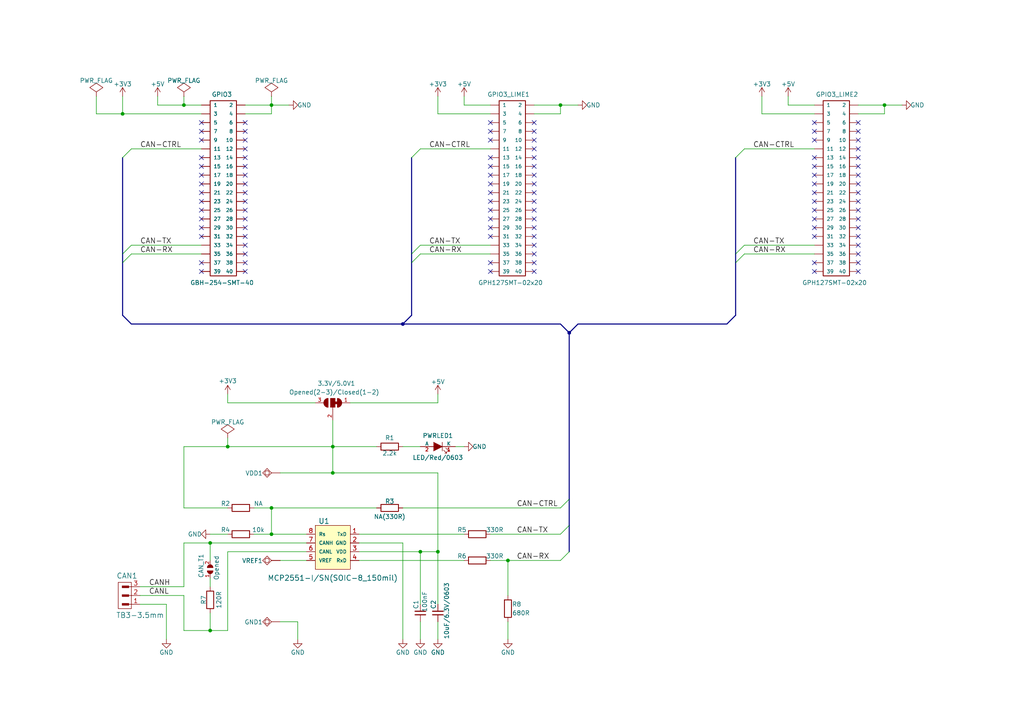
<source format=kicad_sch>
(kicad_sch (version 20230121) (generator eeschema)
  (paper "A4")
  (title_block (title "A20-CAN") (date "2016-04-04") (rev "Rev_A") (company "OLIMEX LTD, Bulgaria") (comment 1 "<c> 2016"))
  (lib_symbols
    (symbol "A20-CAN_Rev_A-rescue:+3.3V" (power) (pin_names (offset 0))
      (property "Value" "+3.3V" (at 0 3.556 0))
      (symbol "+3.3V_0_1"
        (polyline (pts (xy -0.762 1.27) (xy 0 2.54)))
        (polyline (pts (xy 0 0) (xy 0 2.54)))
        (polyline (pts (xy 0 2.54) (xy 0.762 1.27)))
      )
      (symbol "+3.3V_1_1"
        (pin power_in line (at 0 0 90) (length 0) hide (name "+3V3") (number "1"))
      )
    )
    (symbol "A20-CAN_Rev_A-rescue:+5V" (power) (pin_names (offset 0))
      (property "Value" "+5V" (at 0 3.556 0))
      (symbol "+5V_0_1"
        (polyline (pts (xy -0.762 1.27) (xy 0 2.54)))
        (polyline (pts (xy 0 0) (xy 0 2.54)))
        (polyline (pts (xy 0 2.54) (xy 0.762 1.27)))
      )
      (symbol "+5V_1_1"
        (pin power_in line (at 0 0 90) (length 0) hide (name "+5V") (number "1"))
      )
    )
    (symbol "A20-CAN_Rev_A-rescue:C" (pin_numbers hide) (pin_names (offset 0.254) hide)
      (property "Reference" "C" (at 0.254 1.778 0))
      (property "Value" "C" (at 0.254 -2.032 0))
      (symbol "C_0_1"
        (polyline (pts (xy -1.524 -0.508) (xy 1.524 -0.508)) (stroke (width 0.3302)))
        (polyline (pts (xy -1.524 0.508) (xy 1.524 0.508)) (stroke (width 0.3048)))
      )
      (symbol "C_1_1"
        (pin passive line (at 0 2.54 270) (length 1.905) (name "~") (number "1"))
        (pin passive line (at 0 -2.54 90) (length 2.032) (name "~") (number "2"))
      )
    )
    (symbol "A20-CAN_Rev_A-rescue:CON3" (pin_names (offset 1.016))
      (property "Reference" "CON" (at -1.27 5.08 0))
      (property "Value" "CON3" (at -1.27 -5.08 0))
      (symbol "CON3_0_0"
        (rectangle (start -2.6416 -2.6924) (end -0.8636 -2.3368))
        (rectangle (start -2.6416 -0.1524) (end -0.8636 0.2032))
        (rectangle (start -2.6162 -2.5908) (end -0.9652 -2.4892))
        (rectangle (start -2.6162 -0.0508) (end -0.9652 0.0508))
        (rectangle (start -2.6162 2.3876) (end -0.8382 2.7432))
        (rectangle (start -2.5908 2.5146) (end -0.9398 2.6162))
        (rectangle (start -0.9652 -2.413) (end -2.6416 -2.6162))
        (rectangle (start -0.9652 0.127) (end -2.6416 -0.0762))
        (rectangle (start -0.8636 2.6416) (end -2.54 2.4384))
        (rectangle (start -0.7366 -2.2352) (end -2.667 -2.794))
        (rectangle (start -0.7366 0.3048) (end -2.667 -0.254))
        (rectangle (start -0.7366 2.8448) (end -2.667 2.286))
        (polyline (pts (xy 0 -2.54) (xy -0.762 -2.54)))
        (polyline (pts (xy 0 0) (xy -0.762 0)))
        (polyline (pts (xy 0 2.54) (xy -0.762 2.54)))
      )
      (symbol "CON3_0_1"
        (rectangle (start -3.81 3.81) (end 0 -3.81))
      )
      (symbol "CON3_1_1"
        (pin passive line (at 2.54 2.54 180) (length 2.54) (name "~") (number "1"))
        (pin passive line (at 2.54 0 180) (length 2.54) (name "~") (number "2"))
        (pin passive line (at 2.54 -2.54 180) (length 2.54) (name "~") (number "3"))
      )
    )
    (symbol "A20-CAN_Rev_A-rescue:GND" (power) (pin_names (offset 0))
      (property "Value" "GND" (at 0 -3.81 0))
      (symbol "GND_0_1"
        (polyline (pts (xy 0 0) (xy 0 -1.27) (xy 1.27 -1.27) (xy 0 -2.54) (xy -1.27 -1.27) (xy 0 -1.27)))
      )
      (symbol "GND_1_1"
        (pin power_in line (at 0 0 270) (length 0) hide (name "GND") (number "1"))
      )
    )
    (symbol "A20-CAN_Rev_A-rescue:LED" (pin_names (offset 0))
      (property "Reference" "LED" (at 0 2.54 0))
      (property "Value" "LED" (at 0 -2.54 0))
      (symbol "LED_0_1"
        (polyline (pts (xy -3.302 1.397) (xy -3.302 0.889)))
        (polyline (pts (xy -2.54 1.905) (xy -2.032 1.905)))
        (polyline (pts (xy -1.27 -1.27) (xy -1.27 1.27)))
        (polyline (pts (xy -2.286 0.381) (xy -3.302 1.397) (xy -2.794 1.397)))
        (polyline (pts (xy -1.651 1.016) (xy -2.54 1.905) (xy -2.54 1.397)))
        (polyline (pts (xy 1.27 -1.27) (xy -1.27 0) (xy 1.27 1.27)) (fill (type outline)))
      )
      (symbol "LED_1_1"
        (pin passive line (at -5.08 0 0) (length 3.81) (name "K") (number "1"))
        (pin passive line (at 5.08 0 180) (length 3.81) (name "A") (number "2"))
      )
    )
    (symbol "A20-CAN_Rev_A-rescue:MCP2551-I/SN(SOIC-8_150mil)" (pin_names (offset 1.016))
      (property "Reference" "U" (at -2.54 6.35 0))
      (property "Value" "MCP2551-I/SN(SOIC-8_150mil)" (at 0 -8.89 0))
      (symbol "MCP2551-I/SN(SOIC-8_150mil)_0_1"
        (rectangle (start -5.08 5.08) (end 5.08 -7.62) (fill (type background)))
      )
      (symbol "MCP2551-I/SN(SOIC-8_150mil)_1_1"
        (pin input line (at -7.62 2.54 0) (length 2.54) (name "TxD") (number "1"))
        (pin power_in line (at -7.62 0 0) (length 2.54) (name "GND") (number "2"))
        (pin power_in line (at -7.62 -2.54 0) (length 2.54) (name "VDD") (number "3"))
        (pin output line (at -7.62 -5.08 0) (length 2.54) (name "RxD") (number "4"))
        (pin output line (at 7.62 -5.08 180) (length 2.54) (name "VREF") (number "5"))
        (pin bidirectional line (at 7.62 -2.54 180) (length 2.54) (name "CANL") (number "6"))
        (pin bidirectional line (at 7.62 0 180) (length 2.54) (name "CANH") (number "7"))
        (pin input line (at 7.62 2.54 180) (length 2.54) (name "Rs") (number "8"))
      )
    )
    (symbol "A20-CAN_Rev_A-rescue:ML40YA-V36P-2X20-LF" (pin_numbers hide) (pin_names (offset 1.016))
      (property "Reference" "GPIO" (at -3.81 25.4 0))
      (property "Value" "ML40YA-V36P-2X20-LF" (at -12.065 -29.21 0))
      (symbol "ML40YA-V36P-2X20-LF_1_0"
        (rectangle (start -5.08 24.13) (end 2.54 -26.67) (stroke (width 0.254)))
      )
      (symbol "ML40YA-V36P-2X20-LF_1_1"
        (pin passive line (at 5.08 -25.4 180) (length 2.4892) (name "1") (number "1"))
        (pin passive line (at -7.62 -15.24 0) (length 2.4892) (name "10") (number "10"))
        (pin passive line (at 5.08 -12.7 180) (length 2.4892) (name "11") (number "11"))
        (pin passive line (at -7.62 -12.7 0) (length 2.4892) (name "12") (number "12"))
        (pin passive line (at 5.08 -10.16 180) (length 2.4892) (name "13") (number "13"))
        (pin passive line (at -7.62 -10.16 0) (length 2.4892) (name "14") (number "14"))
        (pin passive line (at 5.08 -7.62 180) (length 2.4892) (name "15") (number "15"))
        (pin passive line (at -7.62 -7.62 0) (length 2.4892) (name "16") (number "16"))
        (pin passive line (at 5.08 -5.08 180) (length 2.4892) (name "17") (number "17"))
        (pin passive line (at -7.62 -5.08 0) (length 2.4892) (name "18") (number "18"))
        (pin passive line (at 5.08 -2.54 180) (length 2.4892) (name "19") (number "19"))
        (pin passive line (at -7.62 -25.4 0) (length 2.4892) (name "2") (number "2"))
        (pin passive line (at -7.62 -2.54 0) (length 2.4892) (name "20") (number "20"))
        (pin passive line (at 5.08 0 180) (length 2.4892) (name "21") (number "21"))
        (pin passive line (at -7.62 0 0) (length 2.4892) (name "22") (number "22"))
        (pin passive line (at 5.08 2.54 180) (length 2.4892) (name "23") (number "23"))
        (pin passive line (at -7.62 2.54 0) (length 2.4892) (name "24") (number "24"))
        (pin passive line (at 5.08 5.08 180) (length 2.4892) (name "25") (number "25"))
        (pin passive line (at -7.62 5.08 0) (length 2.4892) (name "26") (number "26"))
        (pin passive line (at 5.08 7.62 180) (length 2.4892) (name "27") (number "27"))
        (pin passive line (at -7.62 7.62 0) (length 2.4892) (name "28") (number "28"))
        (pin passive line (at 5.08 10.16 180) (length 2.4892) (name "29") (number "29"))
        (pin passive line (at 5.08 -22.86 180) (length 2.4892) (name "3") (number "3"))
        (pin passive line (at -7.62 10.16 0) (length 2.4892) (name "30") (number "30"))
        (pin passive line (at 5.08 12.7 180) (length 2.4892) (name "31") (number "31"))
        (pin passive line (at -7.62 12.7 0) (length 2.4892) (name "32") (number "32"))
        (pin passive line (at 5.08 15.24 180) (length 2.4892) (name "33") (number "33"))
        (pin passive line (at -7.62 15.24 0) (length 2.4892) (name "34") (number "34"))
        (pin passive line (at 5.08 17.78 180) (length 2.4892) (name "35") (number "35"))
        (pin passive line (at -7.62 17.78 0) (length 2.4892) (name "36") (number "36"))
        (pin passive line (at 5.08 20.32 180) (length 2.4892) (name "37") (number "37"))
        (pin passive line (at -7.62 20.32 0) (length 2.4892) (name "38") (number "38"))
        (pin passive line (at 5.08 22.86 180) (length 2.4892) (name "39") (number "39"))
        (pin passive line (at -7.62 -22.86 0) (length 2.4892) (name "4") (number "4"))
        (pin passive line (at -7.62 22.86 0) (length 2.4892) (name "40") (number "40"))
        (pin passive line (at 5.08 -20.32 180) (length 2.4892) (name "5") (number "5"))
        (pin passive line (at -7.62 -20.32 0) (length 2.4892) (name "6") (number "6"))
        (pin passive line (at 5.08 -17.78 180) (length 2.4892) (name "7") (number "7"))
        (pin passive line (at -7.62 -17.78 0) (length 2.4892) (name "8") (number "8"))
        (pin passive line (at 5.08 -15.24 180) (length 2.4892) (name "9") (number "9"))
      )
    )
    (symbol "A20-CAN_Rev_A-rescue:PWR_FLAG" (power) (pin_numbers hide) (pin_names (offset 0) hide)
      (property "Value" "PWR_FLAG" (at 0 4.572 0))
      (symbol "PWR_FLAG_0_0"
        (pin power_out line (at 0 0 90) (length 0) (name "pwr") (number "1"))
      )
      (symbol "PWR_FLAG_0_1"
        (polyline (pts (xy 0 0) (xy 0 1.27) (xy -1.905 2.54) (xy 0 3.81) (xy 1.905 2.54) (xy 0 1.27)))
      )
    )
    (symbol "A20-CAN_Rev_A-rescue:R" (pin_numbers hide) (pin_names (offset 0))
      (property "Reference" "R" (at 0 2.032 0))
      (property "Value" "R" (at 0 0 0))
      (symbol "R_0_1"
        (rectangle (start 2.54 -1.016) (end -2.54 1.016) (stroke (width 0.254)))
      )
      (symbol "R_1_1"
        (pin passive line (at -3.81 0 0) (length 1.27) (name "~") (number "1"))
        (pin passive line (at 3.81 0 180) (length 1.27) (name "~") (number "2"))
      )
    )
    (symbol "A20-CAN_Rev_A-rescue:SJ" (pin_names (offset 1.016) hide)
      (property "Reference" "SJ" (at -1.27 1.905 0))
      (property "Value" "SJ" (at -1.27 -2.54 0))
      (symbol "SJ_0_1"
        (arc (start -0.508 0.762) (mid -1.2667 0) (end -0.508 -0.762) (stroke (width 0.254)))
        (polyline (pts (xy -1.143 0.381) (xy -1.143 -0.254)) (stroke (width 0.254)))
        (polyline (pts (xy -1.016 0.508) (xy -1.016 -0.508)) (stroke (width 0.254)))
        (polyline (pts (xy -0.889 0.508) (xy -0.889 -0.508)) (stroke (width 0.254)))
        (polyline (pts (xy -0.762 0.635) (xy -0.762 -0.635)) (stroke (width 0.254)))
        (polyline (pts (xy -0.635 0.762) (xy -0.635 -0.635)) (stroke (width 0.254)))
        (polyline (pts (xy -0.508 0.762) (xy -0.508 -0.762)) (stroke (width 0.254)))
        (polyline (pts (xy 0.508 0.762) (xy 0.508 -0.762)) (stroke (width 0.254)))
        (polyline (pts (xy 0.635 0.762) (xy 0.635 -0.635)) (stroke (width 0.254)))
        (polyline (pts (xy 0.762 0.635) (xy 0.762 -0.635)) (stroke (width 0.254)))
        (polyline (pts (xy 0.889 0.508) (xy 0.889 -0.508)) (stroke (width 0.254)))
        (polyline (pts (xy 1.016 0.508) (xy 1.016 -0.381)) (stroke (width 0.254)))
        (polyline (pts (xy 1.143 0.381) (xy 1.143 -0.381)) (stroke (width 0.254)))
        (arc (start 0.508 -0.762) (mid 1.0468 -0.5388) (end 1.27 0) (stroke (width 0.254)))
        (arc (start 1.27 0) (mid 1.0468 0.5388) (end 0.508 0.762) (stroke (width 0.254)))
      )
      (symbol "SJ_1_1"
        (pin passive line (at -2.54 0 0) (length 1.27) (name "1") (number "1"))
        (pin passive line (at 2.54 0 180) (length 1.27) (name "2") (number "2"))
      )
    )
    (symbol "A20-CAN_Rev_A-rescue:SJ2W_Closed(1-2)" (pin_names (offset 1.016) hide)
      (property "Reference" "SJ" (at 2.54 0.381 0))
      (property "Value" "SJ2W_Closed(1-2)" (at 2.54 -1.905 0))
      (symbol "SJ2W_Closed(1-2)_0_1"
        (polyline (pts (xy 0 1.905) (xy 0 0)) (stroke (width 0.762)))
      )
      (symbol "SJ2W_Closed(1-2)_1_0"
        (polyline (pts (xy -2.54 0) (xy -1.27 0)))
        (polyline (pts (xy -1.27 -0.635) (xy -1.27 0)))
        (polyline (pts (xy -1.27 0) (xy -1.27 0.635)))
        (polyline (pts (xy -1.27 0.635) (xy 1.27 0.635)))
        (polyline (pts (xy 1.27 -0.635) (xy -1.27 -0.635)))
        (polyline (pts (xy 1.27 0.635) (xy 1.27 -0.635)))
      )
      (symbol "SJ2W_Closed(1-2)_1_1"
        (arc (start -1.27 -1.397) (mid 0 -2.5695) (end 1.27 -1.397) (stroke (width 0.254)) (fill (type outline)))
        (rectangle (start -1.27 -0.635) (end 1.27 0.635) (fill (type outline)))
        (polyline (pts (xy -1.1684 1.3716) (xy 1.143 1.3716)) (stroke (width 0.254)))
        (polyline (pts (xy -1.143 -1.397) (xy 1.143 -1.397)) (stroke (width 0.254)))
        (arc (start 1.27 1.397) (mid 0 2.5695) (end -1.27 1.397) (stroke (width 0.254)) (fill (type outline)))
        (pin passive line (at 0 5.08 270) (length 2.54) (name "1") (number "1"))
        (pin passive line (at -5.08 0 0) (length 2.54) (name "2") (number "2"))
        (pin passive line (at 0 -5.08 90) (length 2.54) (name "3") (number "3"))
      )
    )
    (symbol "A20-CAN_Rev_A-rescue:TESTPAD" (pin_numbers hide) (pin_names (offset 0) hide)
      (property "Reference" "TESTPAD" (at -2.54 1.524 0))
      (symbol "TESTPAD_1_0"
        (polyline (pts (xy 0 0) (xy 1.27 -1.27)))
        (polyline (pts (xy 1.27 -1.27) (xy 2.54 0)))
        (polyline (pts (xy 1.27 1.27) (xy 0 0)))
        (polyline (pts (xy 2.54 0) (xy 1.27 1.27)))
      )
      (symbol "TESTPAD_1_1"
        (circle (center 1.27 0) (radius 0.635))
        (pin passive line (at -2.54 0 0) (length 2.54) (name "Pad") (number "1"))
      )
    )
  )
  (junction (at 78.74 147.32))
  (junction (at 165.1 96.52))
  (junction (at 60.96 157.48))
  (junction (at 127 160.02))
  (junction (at 53.34 30.48))
  (junction (at 96.52 129.54))
  (junction (at 60.96 182.88))
  (junction (at 66.04 129.54))
  (junction (at 121.92 160.02))
  (junction (at 147.32 162.56))
  (junction (at 35.56 33.02))
  (junction (at 96.52 137.16))
  (junction (at 256.54 30.48))
  (junction (at 162.56 30.48))
  (junction (at 78.74 154.94))
  (junction (at 78.74 30.48))
  (junction (at 116.84 93.98))
  (no_connect (at 248.92 50.8))
  (no_connect (at 236.22 38.1))
  (no_connect (at 71.12 43.18))
  (no_connect (at 154.94 60.96))
  (no_connect (at 71.12 55.88))
  (no_connect (at 71.12 78.74))
  (no_connect (at 248.92 48.26))
  (no_connect (at 248.92 40.64))
  (no_connect (at 154.94 45.72))
  (no_connect (at 154.94 40.64))
  (no_connect (at 154.94 50.8))
  (no_connect (at 58.42 58.42))
  (no_connect (at 236.22 76.2))
  (no_connect (at 154.94 35.56))
  (no_connect (at 248.92 73.66))
  (no_connect (at 58.42 50.8))
  (no_connect (at 142.24 78.74))
  (no_connect (at 58.42 40.64))
  (no_connect (at 71.12 68.58))
  (no_connect (at 142.24 55.88))
  (no_connect (at 248.92 35.56))
  (no_connect (at 248.92 66.04))
  (no_connect (at 248.92 78.74))
  (no_connect (at 248.92 43.18))
  (no_connect (at 71.12 40.64))
  (no_connect (at 236.22 35.56))
  (no_connect (at 58.42 60.96))
  (no_connect (at 58.42 48.26))
  (no_connect (at 142.24 68.58))
  (no_connect (at 58.42 78.74))
  (no_connect (at 154.94 63.5))
  (no_connect (at 58.42 68.58))
  (no_connect (at 142.24 76.2))
  (no_connect (at 154.94 43.18))
  (no_connect (at 142.24 48.26))
  (no_connect (at 142.24 45.72))
  (no_connect (at 142.24 53.34))
  (no_connect (at 236.22 55.88))
  (no_connect (at 248.92 76.2))
  (no_connect (at 248.92 38.1))
  (no_connect (at 142.24 63.5))
  (no_connect (at 154.94 78.74))
  (no_connect (at 142.24 66.04))
  (no_connect (at 58.42 45.72))
  (no_connect (at 71.12 50.8))
  (no_connect (at 248.92 71.12))
  (no_connect (at 71.12 53.34))
  (no_connect (at 236.22 50.8))
  (no_connect (at 154.94 73.66))
  (no_connect (at 58.42 35.56))
  (no_connect (at 154.94 38.1))
  (no_connect (at 71.12 45.72))
  (no_connect (at 236.22 68.58))
  (no_connect (at 236.22 66.04))
  (no_connect (at 71.12 58.42))
  (no_connect (at 58.42 66.04))
  (no_connect (at 154.94 55.88))
  (no_connect (at 71.12 66.04))
  (no_connect (at 154.94 71.12))
  (no_connect (at 236.22 40.64))
  (no_connect (at 248.92 58.42))
  (no_connect (at 58.42 38.1))
  (no_connect (at 71.12 73.66))
  (no_connect (at 71.12 60.96))
  (no_connect (at 71.12 76.2))
  (no_connect (at 236.22 58.42))
  (no_connect (at 248.92 45.72))
  (no_connect (at 236.22 78.74))
  (no_connect (at 71.12 71.12))
  (no_connect (at 142.24 60.96))
  (no_connect (at 71.12 35.56))
  (no_connect (at 248.92 60.96))
  (no_connect (at 236.22 60.96))
  (no_connect (at 248.92 68.58))
  (no_connect (at 154.94 53.34))
  (no_connect (at 58.42 55.88))
  (no_connect (at 142.24 35.56))
  (no_connect (at 154.94 48.26))
  (no_connect (at 71.12 63.5))
  (no_connect (at 248.92 53.34))
  (no_connect (at 58.42 76.2))
  (no_connect (at 248.92 55.88))
  (no_connect (at 236.22 63.5))
  (no_connect (at 142.24 38.1))
  (no_connect (at 142.24 58.42))
  (no_connect (at 236.22 45.72))
  (no_connect (at 58.42 63.5))
  (no_connect (at 142.24 50.8))
  (no_connect (at 248.92 63.5))
  (no_connect (at 58.42 53.34))
  (no_connect (at 154.94 76.2))
  (no_connect (at 154.94 68.58))
  (no_connect (at 154.94 66.04))
  (no_connect (at 71.12 38.1))
  (no_connect (at 142.24 40.64))
  (no_connect (at 71.12 48.26))
  (no_connect (at 236.22 53.34))
  (no_connect (at 236.22 48.26))
  (no_connect (at 154.94 58.42))
  (bus_entry (at 119.38 73.66) (size 2.54 -2.54))
  (bus_entry (at 165.1 152.4) (size -2.54 2.54))
  (bus_entry (at 119.38 76.2) (size 2.54 -2.54))
  (bus_entry (at 35.56 76.2) (size 2.54 -2.54))
  (bus_entry (at 165.1 144.78) (size -2.54 2.54))
  (bus_entry (at 35.56 73.66) (size 2.54 -2.54))
  (bus_entry (at 213.36 76.2) (size 2.54 -2.54))
  (bus_entry (at 38.1 43.18) (size -2.54 2.54))
  (bus_entry (at 121.92 43.18) (size -2.54 2.54))
  (bus_entry (at 213.36 45.72) (size 2.54 -2.54))
  (bus_entry (at 213.36 73.66) (size 2.54 -2.54))
  (bus_entry (at 165.1 160.02) (size -2.54 2.54))
  (wire (pts (xy 121.92 73.66) (xy 142.24 73.66)))
  (bus (pts (xy 35.56 91.44) (xy 38.1 93.98)))
  (bus (pts (xy 119.38 45.72) (xy 119.38 73.66)))
  (wire (pts (xy 78.74 30.48) (xy 78.74 33.02)))
  (wire (pts (xy 53.34 27.94) (xy 53.34 30.48)))
  (wire (pts (xy 147.32 185.42) (xy 147.32 180.34)))
  (wire (pts (xy 53.34 129.54) (xy 66.04 129.54)))
  (wire (pts (xy 121.92 185.42) (xy 121.92 180.34)))
  (bus (pts (xy 119.38 73.66) (xy 119.38 76.2)))
  (wire (pts (xy 45.72 30.48) (xy 45.72 27.94)))
  (wire (pts (xy 127 160.02) (xy 127 175.26)))
  (wire (pts (xy 60.96 157.48) (xy 60.96 162.56)))
  (wire (pts (xy 116.84 147.32) (xy 162.56 147.32)))
  (wire (pts (xy 27.94 33.02) (xy 27.94 27.94)))
  (wire (pts (xy 66.04 154.94) (xy 60.96 154.94)))
  (wire (pts (xy 73.66 154.94) (xy 78.74 154.94)))
  (wire (pts (xy 142.24 162.56) (xy 147.32 162.56)))
  (wire (pts (xy 215.9 71.12) (xy 236.22 71.12)))
  (bus (pts (xy 213.36 73.66) (xy 213.36 76.2)))
  (wire (pts (xy 78.74 27.94) (xy 78.74 30.48)))
  (bus (pts (xy 35.56 76.2) (xy 35.56 91.44)))
  (wire (pts (xy 127 116.84) (xy 127 114.3)))
  (wire (pts (xy 53.34 172.72) (xy 40.64 172.72)))
  (wire (pts (xy 48.26 175.26) (xy 48.26 185.42)))
  (wire (pts (xy 38.1 71.12) (xy 58.42 71.12)))
  (wire (pts (xy 104.14 160.02) (xy 121.92 160.02)))
  (wire (pts (xy 96.52 129.54) (xy 109.22 129.54)))
  (wire (pts (xy 132.08 129.54) (xy 134.62 129.54)))
  (wire (pts (xy 78.74 147.32) (xy 78.74 154.94)))
  (wire (pts (xy 91.44 116.84) (xy 66.04 116.84)))
  (wire (pts (xy 71.12 30.48) (xy 78.74 30.48)))
  (wire (pts (xy 60.96 167.64) (xy 60.96 170.18)))
  (bus (pts (xy 213.36 45.72) (xy 213.36 73.66)))
  (wire (pts (xy 248.92 30.48) (xy 256.54 30.48)))
  (wire (pts (xy 147.32 162.56) (xy 162.56 162.56)))
  (bus (pts (xy 165.1 96.52) (xy 165.1 144.78)))
  (wire (pts (xy 60.96 157.48) (xy 88.9 157.48)))
  (wire (pts (xy 38.1 73.66) (xy 58.42 73.66)))
  (wire (pts (xy 236.22 33.02) (xy 220.98 33.02)))
  (wire (pts (xy 228.6 30.48) (xy 228.6 27.94)))
  (wire (pts (xy 127 33.02) (xy 127 27.94)))
  (bus (pts (xy 35.56 73.66) (xy 35.56 76.2)))
  (wire (pts (xy 60.96 177.8) (xy 60.96 182.88)))
  (wire (pts (xy 154.94 30.48) (xy 162.56 30.48)))
  (wire (pts (xy 53.34 182.88) (xy 60.96 182.88)))
  (wire (pts (xy 78.74 154.94) (xy 88.9 154.94)))
  (bus (pts (xy 165.1 96.52) (xy 167.64 93.98)))
  (bus (pts (xy 165.1 152.4) (xy 165.1 160.02)))
  (wire (pts (xy 78.74 33.02) (xy 71.12 33.02)))
  (wire (pts (xy 142.24 30.48) (xy 134.62 30.48)))
  (wire (pts (xy 40.64 175.26) (xy 48.26 175.26)))
  (wire (pts (xy 66.04 116.84) (xy 66.04 114.3)))
  (wire (pts (xy 121.92 160.02) (xy 127 160.02)))
  (wire (pts (xy 53.34 170.18) (xy 40.64 170.18)))
  (bus (pts (xy 213.36 76.2) (xy 213.36 91.44)))
  (bus (pts (xy 167.64 93.98) (xy 210.82 93.98)))
  (wire (pts (xy 162.56 30.48) (xy 167.64 30.48)))
  (wire (pts (xy 45.72 30.48) (xy 53.34 30.48)))
  (wire (pts (xy 38.1 43.18) (xy 58.42 43.18)))
  (wire (pts (xy 121.92 43.18) (xy 142.24 43.18)))
  (wire (pts (xy 101.6 116.84) (xy 127 116.84)))
  (wire (pts (xy 96.52 129.54) (xy 96.52 137.16)))
  (wire (pts (xy 27.94 33.02) (xy 35.56 33.02)))
  (wire (pts (xy 53.34 170.18) (xy 53.34 157.48)))
  (wire (pts (xy 121.92 175.26) (xy 121.92 160.02)))
  (wire (pts (xy 104.14 162.56) (xy 134.62 162.56)))
  (wire (pts (xy 81.28 180.34) (xy 86.36 180.34)))
  (wire (pts (xy 215.9 43.18) (xy 236.22 43.18)))
  (wire (pts (xy 236.22 30.48) (xy 228.6 30.48)))
  (wire (pts (xy 35.56 33.02) (xy 58.42 33.02)))
  (wire (pts (xy 256.54 30.48) (xy 261.62 30.48)))
  (wire (pts (xy 60.96 182.88) (xy 66.04 182.88)))
  (bus (pts (xy 116.84 93.98) (xy 162.56 93.98)))
  (wire (pts (xy 142.24 154.94) (xy 162.56 154.94)))
  (wire (pts (xy 35.56 33.02) (xy 35.56 27.94)))
  (wire (pts (xy 53.34 157.48) (xy 60.96 157.48)))
  (wire (pts (xy 66.04 129.54) (xy 96.52 129.54)))
  (wire (pts (xy 154.94 33.02) (xy 162.56 33.02)))
  (wire (pts (xy 81.28 137.16) (xy 96.52 137.16)))
  (wire (pts (xy 53.34 172.72) (xy 53.34 182.88)))
  (wire (pts (xy 248.92 33.02) (xy 256.54 33.02)))
  (wire (pts (xy 127 137.16) (xy 127 160.02)))
  (wire (pts (xy 96.52 121.92) (xy 96.52 129.54)))
  (wire (pts (xy 53.34 147.32) (xy 53.34 129.54)))
  (wire (pts (xy 88.9 160.02) (xy 66.04 160.02)))
  (wire (pts (xy 220.98 33.02) (xy 220.98 27.94)))
  (wire (pts (xy 134.62 154.94) (xy 104.14 154.94)))
  (wire (pts (xy 215.9 73.66) (xy 236.22 73.66)))
  (wire (pts (xy 104.14 157.48) (xy 116.84 157.48)))
  (wire (pts (xy 147.32 162.56) (xy 147.32 172.72)))
  (wire (pts (xy 116.84 129.54) (xy 121.92 129.54)))
  (wire (pts (xy 66.04 147.32) (xy 53.34 147.32)))
  (wire (pts (xy 127 180.34) (xy 127 185.42)))
  (wire (pts (xy 66.04 129.54) (xy 66.04 127)))
  (bus (pts (xy 119.38 76.2) (xy 119.38 91.44)))
  (wire (pts (xy 53.34 30.48) (xy 58.42 30.48)))
  (bus (pts (xy 213.36 91.44) (xy 210.82 93.98)))
  (bus (pts (xy 38.1 93.98) (xy 116.84 93.98)))
  (wire (pts (xy 96.52 137.16) (xy 127 137.16)))
  (wire (pts (xy 142.24 33.02) (xy 127 33.02)))
  (wire (pts (xy 121.92 71.12) (xy 142.24 71.12)))
  (wire (pts (xy 162.56 33.02) (xy 162.56 30.48)))
  (bus (pts (xy 162.56 93.98) (xy 165.1 96.52)))
  (bus (pts (xy 119.38 91.44) (xy 116.84 93.98)))
  (wire (pts (xy 116.84 157.48) (xy 116.84 185.42)))
  (wire (pts (xy 134.62 30.48) (xy 134.62 27.94)))
  (wire (pts (xy 81.28 162.56) (xy 88.9 162.56)))
  (wire (pts (xy 73.66 147.32) (xy 78.74 147.32)))
  (wire (pts (xy 256.54 33.02) (xy 256.54 30.48)))
  (wire (pts (xy 86.36 180.34) (xy 86.36 185.42)))
  (wire (pts (xy 66.04 160.02) (xy 66.04 182.88)))
  (wire (pts (xy 78.74 147.32) (xy 109.22 147.32)))
  (wire (pts (xy 78.74 30.48) (xy 83.82 30.48)))
  (bus (pts (xy 35.56 45.72) (xy 35.56 73.66)))
  (bus (pts (xy 165.1 144.78) (xy 165.1 152.4)))
  (label "CAN-TX" (at 40.64 71.12 0) (effects (font (size 1.524 1.524))))
  (label "CANL" (at 43.18 172.72 0) (effects (font (size 1.524 1.524))))
  (label "CAN-RX" (at 124.46 73.66 0) (effects (font (size 1.524 1.524))))
  (label "CAN-CTRL" (at 149.86 147.32 0) (effects (font (size 1.524 1.524))))
  (label "CAN-CTRL" (at 218.44 43.18 0) (effects (font (size 1.524 1.524))))
  (label "CAN-TX" (at 124.46 71.12 0) (effects (font (size 1.524 1.524))))
  (label "CAN-TX" (at 149.86 154.94 0) (effects (font (size 1.524 1.524))))
  (label "CAN-RX" (at 40.64 73.66 0) (effects (font (size 1.524 1.524))))
  (label "CAN-RX" (at 149.86 162.56 0) (effects (font (size 1.524 1.524))))
  (label "CAN-TX" (at 218.44 71.12 0) (effects (font (size 1.524 1.524))))
  (label "CAN-RX" (at 218.44 73.66 0) (effects (font (size 1.524 1.524))))
  (label "CANH" (at 43.18 170.18 0) (effects (font (size 1.524 1.524))))
  (label "CAN-CTRL" (at 124.46 43.18 0) (effects (font (size 1.524 1.524))))
  (label "CAN-CTRL" (at 40.64 43.18 0) (effects (font (size 1.524 1.524))))
  (symbol (lib_id "A20-CAN_Rev_A-rescue:CON3") (at 38.1 172.72 0) (mirror x) (unit 1)
    (property "Reference" "CAN1" (at 36.83 167.005 0) (effects (font (size 1.524 1.524))))
    (property "Value" "TB3-3.5mm" (at 40.64 178.435 0) (effects (font (size 1.524 1.524))))
    (property "Footprint" "OLIMEX_Connectors-FP:TB3-3.5mm" (effects hide))
  )
  (symbol (lib_id "A20-CAN_Rev_A-rescue:+3.3V") (at 35.56 27.94 0) (mirror y) (unit 1)
    (property "Reference" "#PWR05" (effects hide))
    (property "Value" "+3.3V" (at 35.56 24.384 0))
  )
  (symbol (lib_id "A20-CAN_Rev_A-rescue:R") (at 60.96 173.99 90) (mirror x) (unit 1)
    (property "Reference" "R7" (at 59.055 173.99 0))
    (property "Value" "120R" (at 63.5 173.99 0))
    (property "Footprint" "OLIMEX_RLC-FP:R_1206_5MIL_DWS" (effects hide))
  )
  (symbol (lib_id "A20-CAN_Rev_A-rescue:GND") (at 48.26 185.42 0) (unit 1)
    (property "Reference" "#PWR01" (effects hide))
    (property "Value" "GND" (at 48.26 189.23 0))
  )
  (symbol (lib_id "A20-CAN_Rev_A-rescue:ML40YA-V36P-2X20-LF") (at 63.5 55.88 180) (unit 1)
    (property "Reference" "GPIO3" (at 67.31 26.67 0) (effects (justify left bottom)))
    (property "Value" "GBH-254-SMT-40" (at 73.66 81.28 0) (effects (justify left bottom)))
    (property "Footprint" "OLIMEX_Connectors-FP:GBH-254-SMT-40" (effects hide))
  )
  (symbol (lib_id "A20-CAN_Rev_A-rescue:+5V") (at 45.72 27.94 0) (unit 1)
    (property "Reference" "#PWR03" (effects hide))
    (property "Value" "+5V" (at 45.72 24.384 0))
  )
  (symbol (lib_id "A20-CAN_Rev_A-rescue:GND") (at 83.82 30.48 90) (mirror x) (unit 1)
    (property "Reference" "#PWR04" (effects hide))
    (property "Value" "GND" (at 88.265 30.48 90))
  )
  (symbol (lib_id "A20-CAN_Rev_A-rescue:PWR_FLAG") (at 53.34 27.94 0) (unit 1)
    (property "Reference" "#FLG06" (effects hide))
    (property "Value" "PWR_FLAG" (at 53.34 23.368 0))
  )
  (symbol (lib_id "A20-CAN_Rev_A-rescue:LED") (at 127 129.54 180) (unit 1)
    (property "Reference" "PWRLED1" (at 127 126.365 0))
    (property "Value" "LED/Red/0603" (at 127 132.715 0))
    (property "Footprint" "OLIMEX_LEDs-FP:LED_0603_KA" (effects hide))
  )
  (symbol (lib_id "A20-CAN_Rev_A-rescue:R") (at 113.03 129.54 0) (mirror x) (unit 1)
    (property "Reference" "R1" (at 113.03 127 0))
    (property "Value" "2.2k" (at 113.03 131.445 0))
    (property "Footprint" "OLIMEX_RLC-FP:R_0603_5MIL_DWS" (effects hide))
  )
  (symbol (lib_id "A20-CAN_Rev_A-rescue:C") (at 127 177.8 180) (unit 1)
    (property "Reference" "C2" (at 125.73 173.99 90) (effects (justify left)))
    (property "Value" "10uF/6.3V/0603" (at 129.54 168.91 90) (effects (justify left)))
    (property "Footprint" "OLIMEX_RLC-FP:C_0603_5MIL_DWS" (effects hide))
  )
  (symbol (lib_id "A20-CAN_Rev_A-rescue:GND") (at 127 185.42 0) (unit 1)
    (property "Reference" "#PWR02" (effects hide))
    (property "Value" "GND" (at 127 189.23 0))
  )
  (symbol (lib_id "A20-CAN_Rev_A-rescue:SJ2W_Closed(1-2)") (at 96.52 116.84 270) (mirror x) (unit 1)
    (property "Reference" "3.3V/5.0V1" (at 92.075 110.49 90) (effects (justify left bottom)))
    (property "Value" "Opened(2-3)/Closed(1-2)" (at 83.82 113.03 90) (effects (justify left bottom)))
    (property "Footprint" "OLIMEX_Jumpers-FP:SJ_2_SMALL_12_TIED" (effects hide))
  )
  (symbol (lib_id "A20-CAN_Rev_A-rescue:+3.3V") (at 66.04 114.3 0) (mirror y) (unit 1)
    (property "Reference" "#PWR07" (effects hide))
    (property "Value" "+3.3V" (at 66.04 110.49 0))
  )
  (symbol (lib_id "A20-CAN_Rev_A-rescue:PWR_FLAG") (at 66.04 127 0) (unit 1)
    (property "Reference" "#FLG08" (effects hide))
    (property "Value" "PWR_FLAG" (at 66.04 122.428 0))
  )
  (symbol (lib_id "A20-CAN_Rev_A-rescue:ML40YA-V36P-2X20-LF") (at 241.3 55.88 180) (unit 1)
    (property "Reference" "GPIO3_LIME2" (at 248.92 26.67 0) (effects (justify left bottom)))
    (property "Value" "GPH127SMT-02x20" (at 251.46 81.28 0) (effects (justify left bottom)))
    (property "Footprint" "OLIMEX_Connectors-FP:GPH127SMT-02X20(PA-V16X-2X20-LF)" (effects hide))
  )
  (symbol (lib_id "A20-CAN_Rev_A-rescue:+5V") (at 228.6 27.94 0) (unit 1)
    (property "Reference" "#PWR011" (effects hide))
    (property "Value" "+5V" (at 228.6 24.384 0))
  )
  (symbol (lib_id "A20-CAN_Rev_A-rescue:GND") (at 261.62 30.48 90) (mirror x) (unit 1)
    (property "Reference" "#PWR010" (effects hide))
    (property "Value" "GND" (at 266.065 30.48 90))
  )
  (symbol (lib_id "A20-CAN_Rev_A-rescue:+3.3V") (at 220.98 27.94 0) (mirror y) (unit 1)
    (property "Reference" "#PWR09" (effects hide))
    (property "Value" "+3.3V" (at 220.98 24.384 0))
  )
  (symbol (lib_id "A20-CAN_Rev_A-rescue:+3.3V") (at 127 27.94 0) (mirror y) (unit 1)
    (property "Reference" "#PWR012" (effects hide))
    (property "Value" "+3.3V" (at 127 24.384 0))
  )
  (symbol (lib_id "A20-CAN_Rev_A-rescue:GND") (at 167.64 30.48 90) (mirror x) (unit 1)
    (property "Reference" "#PWR013" (effects hide))
    (property "Value" "GND" (at 172.085 30.48 90))
  )
  (symbol (lib_id "A20-CAN_Rev_A-rescue:+5V") (at 134.62 27.94 0) (unit 1)
    (property "Reference" "#PWR014" (effects hide))
    (property "Value" "+5V" (at 134.62 24.384 0))
  )
  (symbol (lib_id "A20-CAN_Rev_A-rescue:ML40YA-V36P-2X20-LF") (at 147.32 55.88 180) (unit 1)
    (property "Reference" "GPIO3_LIME1" (at 153.67 26.67 0) (effects (justify left bottom)))
    (property "Value" "GPH127SMT-02x20" (at 157.48 81.28 0) (effects (justify left bottom)))
    (property "Footprint" "OLIMEX_Connectors-FP:GPCB127SMT-02X20(YA-V36P-2X20-LF)" (effects hide))
  )
  (symbol (lib_id "A20-CAN_Rev_A-rescue:PWR_FLAG") (at 78.74 27.94 0) (unit 1)
    (property "Reference" "#FLG015" (effects hide))
    (property "Value" "PWR_FLAG" (at 78.74 23.368 0))
  )
  (symbol (lib_id "A20-CAN_Rev_A-rescue:PWR_FLAG") (at 27.94 27.94 0) (unit 1)
    (property "Reference" "#FLG016" (effects hide))
    (property "Value" "PWR_FLAG" (at 27.94 23.368 0))
  )
  (symbol (lib_id "A20-CAN_Rev_A-rescue:+5V") (at 127 114.3 0) (unit 1)
    (property "Reference" "#PWR017" (effects hide))
    (property "Value" "+5V" (at 127 110.744 0))
  )
  (symbol (lib_id "A20-CAN_Rev_A-rescue:GND") (at 134.62 129.54 90) (unit 1)
    (property "Reference" "#PWR018" (effects hide))
    (property "Value" "GND" (at 139.065 129.54 90))
  )
  (symbol (lib_id "A20-CAN_Rev_A-rescue:R") (at 69.85 154.94 0) (mirror y) (unit 1)
    (property "Reference" "R4" (at 65.405 153.67 0))
    (property "Value" "10k" (at 74.93 153.67 0))
    (property "Footprint" "OLIMEX_RLC-FP:R_0603_5MIL_DWS" (effects hide))
  )
  (symbol (lib_id "A20-CAN_Rev_A-rescue:SJ") (at 60.96 165.1 90) (unit 1)
    (property "Reference" "CAN_T1" (at 59.055 167.64 0) (effects (justify left bottom)))
    (property "Value" "Opened" (at 63.5 168.275 0) (effects (justify left bottom)))
    (property "Footprint" "OLIMEX_Jumpers-FP:SJ" (effects hide))
  )
  (symbol (lib_id "A20-CAN_Rev_A-rescue:MCP2551-I/SN(SOIC-8_150mil)") (at 96.52 157.48 0) (mirror y) (unit 1)
    (property "Reference" "U1" (at 93.98 151.13 0) (effects (font (size 1.524 1.524))))
    (property "Value" "MCP2551-I/SN(SOIC-8_150mil)" (at 96.52 167.64 0) (effects (font (size 1.524 1.524))))
    (property "Footprint" "OLIMEX_IC-FP:SOIC-8_150mil" (effects hide))
    (property "Datasheet" "http://ww1.microchip.com/downloads/en/DeviceDoc/21667E.pdf" (effects hide))
    (property "Note" "PTB" (effects hide))
  )
  (symbol (lib_id "A20-CAN_Rev_A-rescue:TESTPAD") (at 78.74 162.56 180) (unit 1)
    (property "Reference" "VREF1" (at 76.2 161.925 0) (effects (justify left bottom)))
    (property "Value" "TESTPAD" (effects hide))
    (property "Footprint" "OLIMEX_Other-FP:TEST_PAD_40x70_Round" (effects hide))
  )
  (symbol (lib_id "A20-CAN_Rev_A-rescue:GND") (at 60.96 154.94 270) (mirror x) (unit 1)
    (property "Reference" "#PWR019" (effects hide))
    (property "Value" "GND" (at 56.515 154.94 90))
  )
  (symbol (lib_id "A20-CAN_Rev_A-rescue:R") (at 69.85 147.32 0) (mirror y) (unit 1)
    (property "Reference" "R2" (at 65.405 146.05 0))
    (property "Value" "NA" (at 74.93 146.05 0))
    (property "Footprint" "OLIMEX_RLC-FP:R_0603_5MIL_DWS" (effects hide))
  )
  (symbol (lib_id "A20-CAN_Rev_A-rescue:R") (at 113.03 147.32 0) (mirror y) (unit 1)
    (property "Reference" "R3" (at 113.03 145.415 0))
    (property "Value" "NA(330R)" (at 113.03 149.86 0))
    (property "Footprint" "OLIMEX_RLC-FP:R_0603_5MIL_DWS" (effects hide))
  )
  (symbol (lib_id "A20-CAN_Rev_A-rescue:C") (at 121.92 177.8 180) (unit 1)
    (property "Reference" "C1" (at 120.65 173.99 90) (effects (justify left)))
    (property "Value" "100nF" (at 123.19 171.45 90) (effects (justify left)))
    (property "Footprint" "OLIMEX_RLC-FP:C_0603_5MIL_DWS" (effects hide))
  )
  (symbol (lib_id "A20-CAN_Rev_A-rescue:GND") (at 121.92 185.42 0) (unit 1)
    (property "Reference" "#PWR020" (effects hide))
    (property "Value" "GND" (at 121.92 189.23 0))
  )
  (symbol (lib_id "A20-CAN_Rev_A-rescue:GND") (at 116.84 185.42 0) (unit 1)
    (property "Reference" "#PWR021" (effects hide))
    (property "Value" "GND" (at 116.84 189.23 0))
  )
  (symbol (lib_id "A20-CAN_Rev_A-rescue:R") (at 138.43 154.94 0) (mirror y) (unit 1)
    (property "Reference" "R5" (at 133.985 153.67 0))
    (property "Value" "330R" (at 143.51 153.67 0))
    (property "Footprint" "OLIMEX_RLC-FP:R_0603_5MIL_DWS" (effects hide))
  )
  (symbol (lib_id "A20-CAN_Rev_A-rescue:R") (at 138.43 162.56 0) (mirror y) (unit 1)
    (property "Reference" "R6" (at 133.985 161.29 0))
    (property "Value" "330R" (at 143.51 161.29 0))
    (property "Footprint" "OLIMEX_RLC-FP:R_0603_5MIL_DWS" (effects hide))
  )
  (symbol (lib_id "A20-CAN_Rev_A-rescue:R") (at 147.32 176.53 270) (mirror x) (unit 1)
    (property "Reference" "R8" (at 149.86 175.26 90))
    (property "Value" "680R" (at 151.13 177.8 90))
    (property "Footprint" "OLIMEX_RLC-FP:R_0603_5MIL_DWS" (effects hide))
  )
  (symbol (lib_id "A20-CAN_Rev_A-rescue:GND") (at 147.32 185.42 0) (unit 1)
    (property "Reference" "#PWR022" (effects hide))
    (property "Value" "GND" (at 147.32 189.23 0))
  )
  (symbol (lib_id "A20-CAN_Rev_A-rescue:TESTPAD") (at 78.74 137.16 180) (unit 1)
    (property "Reference" "VDD1" (at 76.2 136.525 0) (effects (justify left bottom)))
    (property "Value" "TESTPAD" (effects hide))
    (property "Footprint" "OLIMEX_Other-FP:TEST_PAD40x70_SQUARE" (effects hide))
  )
  (symbol (lib_id "A20-CAN_Rev_A-rescue:TESTPAD") (at 78.74 180.34 180) (unit 1)
    (property "Reference" "GND1" (at 76.2 179.705 0) (effects (justify left bottom)))
    (property "Value" "TESTPAD" (effects hide))
    (property "Footprint" "OLIMEX_Other-FP:TEST_PAD_40x70_Round" (effects hide))
  )
  (symbol (lib_id "A20-CAN_Rev_A-rescue:GND") (at 86.36 185.42 0) (unit 1)
    (property "Reference" "#PWR023" (effects hide))
    (property "Value" "GND" (at 86.36 189.23 0))
  )
)
</source>
